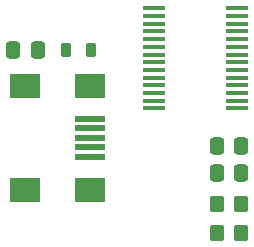
<source format=gbr>
%TF.GenerationSoftware,KiCad,Pcbnew,9.0.7*%
%TF.CreationDate,2026-02-16T21:59:20+01:00*%
%TF.ProjectId,anemometre,616e656d-6f6d-4657-9472-652e6b696361,rev?*%
%TF.SameCoordinates,Original*%
%TF.FileFunction,Paste,Top*%
%TF.FilePolarity,Positive*%
%FSLAX46Y46*%
G04 Gerber Fmt 4.6, Leading zero omitted, Abs format (unit mm)*
G04 Created by KiCad (PCBNEW 9.0.7) date 2026-02-16 21:59:20*
%MOMM*%
%LPD*%
G01*
G04 APERTURE LIST*
G04 Aperture macros list*
%AMRoundRect*
0 Rectangle with rounded corners*
0 $1 Rounding radius*
0 $2 $3 $4 $5 $6 $7 $8 $9 X,Y pos of 4 corners*
0 Add a 4 corners polygon primitive as box body*
4,1,4,$2,$3,$4,$5,$6,$7,$8,$9,$2,$3,0*
0 Add four circle primitives for the rounded corners*
1,1,$1+$1,$2,$3*
1,1,$1+$1,$4,$5*
1,1,$1+$1,$6,$7*
1,1,$1+$1,$8,$9*
0 Add four rect primitives between the rounded corners*
20,1,$1+$1,$2,$3,$4,$5,0*
20,1,$1+$1,$4,$5,$6,$7,0*
20,1,$1+$1,$6,$7,$8,$9,0*
20,1,$1+$1,$8,$9,$2,$3,0*%
G04 Aperture macros list end*
%ADD10RoundRect,0.250000X0.337500X0.475000X-0.337500X0.475000X-0.337500X-0.475000X0.337500X-0.475000X0*%
%ADD11RoundRect,0.100000X-0.850000X-0.100000X0.850000X-0.100000X0.850000X0.100000X-0.850000X0.100000X0*%
%ADD12R,2.500000X0.500000*%
%ADD13R,2.500000X2.000000*%
%ADD14RoundRect,0.250000X-0.350000X-0.450000X0.350000X-0.450000X0.350000X0.450000X-0.350000X0.450000X0*%
%ADD15RoundRect,0.250000X-0.337500X-0.475000X0.337500X-0.475000X0.337500X0.475000X-0.337500X0.475000X0*%
%ADD16RoundRect,0.218750X-0.218750X-0.381250X0.218750X-0.381250X0.218750X0.381250X-0.218750X0.381250X0*%
G04 APERTURE END LIST*
D10*
%TO.C,C8*%
X76856500Y-74803000D03*
X74781500Y-74803000D03*
%TD*%
D11*
%TO.C,U3*%
X86726000Y-71299000D03*
X86726000Y-71949000D03*
X86726000Y-72599000D03*
X86726000Y-73249000D03*
X86726000Y-73899000D03*
X86726000Y-74549000D03*
X86726000Y-75199000D03*
X86726000Y-75849000D03*
X86726000Y-76499000D03*
X86726000Y-77149000D03*
X86726000Y-77799000D03*
X86726000Y-78449000D03*
X86726000Y-79099000D03*
X86726000Y-79749000D03*
X93726000Y-79749000D03*
X93726000Y-79099000D03*
X93726000Y-78449000D03*
X93726000Y-77799000D03*
X93726000Y-77149000D03*
X93726000Y-76499000D03*
X93726000Y-75849000D03*
X93726000Y-75199000D03*
X93726000Y-74549000D03*
X93726000Y-73899000D03*
X93726000Y-73249000D03*
X93726000Y-72599000D03*
X93726000Y-71949000D03*
X93726000Y-71299000D03*
%TD*%
D12*
%TO.C,J8*%
X81280000Y-80651000D03*
X81280000Y-81451000D03*
X81280000Y-82251000D03*
X81280000Y-83051000D03*
X81280000Y-83851000D03*
D13*
X81280000Y-77851000D03*
X75780000Y-77851000D03*
X81280000Y-86651000D03*
X75780000Y-86651000D03*
%TD*%
D10*
%TO.C,C7*%
X94107000Y-82931000D03*
X92032000Y-82931000D03*
%TD*%
D14*
%TO.C,R8*%
X92066000Y-90297000D03*
X94066000Y-90297000D03*
%TD*%
D15*
%TO.C,C6*%
X92032000Y-85217000D03*
X94107000Y-85217000D03*
%TD*%
D16*
%TO.C,FB1*%
X79282000Y-74803000D03*
X81407000Y-74803000D03*
%TD*%
D14*
%TO.C,R7*%
X92091000Y-87884000D03*
X94091000Y-87884000D03*
%TD*%
M02*

</source>
